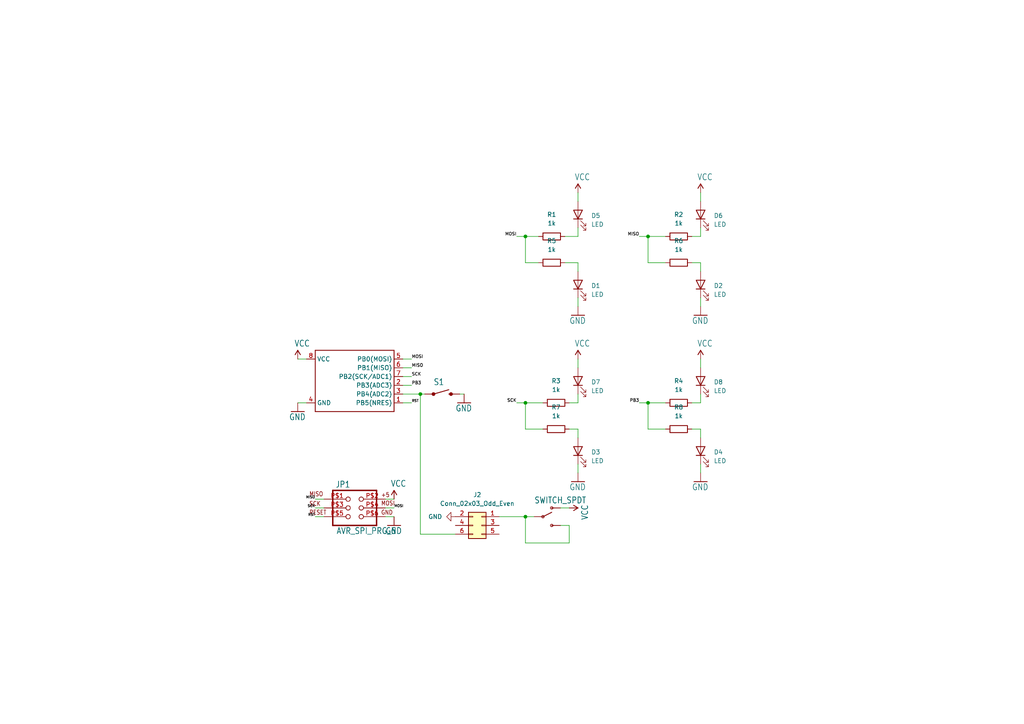
<source format=kicad_sch>
(kicad_sch (version 20231120) (generator "eeschema") (generator_version "8.0")
  (paper "A4")
  (lib_symbols
    (symbol "Connector_Generic:Conn_02x03_Odd_Even" (pin_names (offset 1.016) hide)
      (property "Reference" "J" (at 1.27 5.08 0))
      (property "Value" "Conn_02x03_Odd_Even" (at 1.27 -5.08 0))
      (symbol "Conn_02x03_Odd_Even_1_1"
        (rectangle (start -1.27 -2.413) (end 0 -2.667) (stroke (width 0.1524)))
        (rectangle (start -1.27 0.127) (end 0 -0.127) (stroke (width 0.1524)))
        (rectangle (start -1.27 2.667) (end 0 2.413) (stroke (width 0.1524)))
        (rectangle (start -1.27 3.81) (end 3.81 -3.81) (stroke (width 0.254)) (fill (type background)))
        (rectangle (start 3.81 -2.413) (end 2.54 -2.667) (stroke (width 0.1524)))
        (rectangle (start 3.81 0.127) (end 2.54 -0.127) (stroke (width 0.1524)))
        (rectangle (start 3.81 2.667) (end 2.54 2.413) (stroke (width 0.1524)))
        (pin passive line (at -5.08 2.54 0) (length 3.81) (name "Pin_1") (number "1"))
        (pin passive line (at 7.62 2.54 180) (length 3.81) (name "Pin_2") (number "2"))
        (pin passive line (at -5.08 0 0) (length 3.81) (name "Pin_3") (number "3"))
        (pin passive line (at 7.62 0 180) (length 3.81) (name "Pin_4") (number "4"))
        (pin passive line (at -5.08 -2.54 0) (length 3.81) (name "Pin_5") (number "5"))
        (pin passive line (at 7.62 -2.54 180) (length 3.81) (name "Pin_6") (number "6"))
      )
    )
    (symbol "Device:LED" (pin_numbers hide) (pin_names (offset 1.016) hide)
      (property "Reference" "D" (at 0 2.54 0))
      (property "Value" "LED" (at 0 -2.54 0))
      (symbol "LED_0_1"
        (polyline (pts (xy -1.27 -1.27) (xy -1.27 1.27)) (stroke (width 0.254)))
        (polyline (pts (xy -1.27 0) (xy 1.27 0)))
        (polyline (pts (xy 1.27 -1.27) (xy 1.27 1.27) (xy -1.27 0) (xy 1.27 -1.27)) (stroke (width 0.254)))
        (polyline (pts (xy -3.048 -0.762) (xy -4.572 -2.286) (xy -3.81 -2.286) (xy -4.572 -2.286) (xy -4.572 -1.524)))
        (polyline (pts (xy -1.778 -0.762) (xy -3.302 -2.286) (xy -2.54 -2.286) (xy -3.302 -2.286) (xy -3.302 -1.524)))
      )
      (symbol "LED_1_1"
        (pin passive line (at -3.81 0 0) (length 2.54) (name "K") (number "1"))
        (pin passive line (at 3.81 0 180) (length 2.54) (name "A") (number "2"))
      )
    )
    (symbol "Device:R" (pin_numbers hide) (pin_names (offset 0))
      (property "Reference" "R" (at 2.032 0 90))
      (property "Value" "R" (at 0 0 90))
      (symbol "R_0_1"
        (rectangle (start -1.016 -2.54) (end 1.016 2.54) (stroke (width 0.254)))
      )
      (symbol "R_1_1"
        (pin passive line (at 0 3.81 270) (length 1.27) (name "~") (number "1"))
        (pin passive line (at 0 -3.81 90) (length 1.27) (name "~") (number "2"))
      )
    )
    (symbol "kitt_0805-eagle-import:ATTINY45TINY85-20-SMT"
      (symbol "ATTINY45TINY85-20-SMT_1_0"
        (polyline (pts (xy -12.7 -7.62) (xy -12.7 10.16)) (stroke (width 0.254)))
        (polyline (pts (xy -12.7 10.16) (xy 10.16 10.16)) (stroke (width 0.254)))
        (polyline (pts (xy 10.16 -7.62) (xy -12.7 -7.62)) (stroke (width 0.254)))
        (polyline (pts (xy 10.16 10.16) (xy 10.16 -7.62)) (stroke (width 0.254)))
        (pin bidirectional line (at 12.7 -5.08 180) (length 2.54) (name "PB5(NRES)") (number "1"))
        (pin bidirectional line (at 12.7 0 180) (length 2.54) (name "PB3(ADC3)") (number "2"))
        (pin bidirectional line (at 12.7 -2.54 180) (length 2.54) (name "PB4(ADC2)") (number "3"))
        (pin bidirectional line (at -15.24 -5.08 0) (length 2.54) (name "GND") (number "4"))
        (pin bidirectional line (at 12.7 7.62 180) (length 2.54) (name "PB0(MOSI)") (number "5"))
        (pin bidirectional line (at 12.7 5.08 180) (length 2.54) (name "PB1(MISO)") (number "6"))
        (pin bidirectional line (at 12.7 2.54 180) (length 2.54) (name "PB2(SCK/ADC1)") (number "7"))
        (pin bidirectional line (at -15.24 7.62 0) (length 2.54) (name "VCC") (number "8"))
      )
    )
    (symbol "kitt_0805-eagle-import:AVR_SPI_PRG_6"
      (property "Reference" "JP" (at -4.318 5.842 0))
      (symbol "AVR_SPI_PRG_6_1_0"
        (polyline (pts (xy -5.08 -5.08) (xy 7.62 -5.08)) (stroke (width 0.4064)))
        (polyline (pts (xy -5.08 5.08) (xy -5.08 -5.08)) (stroke (width 0.4064)))
        (polyline (pts (xy 7.62 -5.08) (xy 7.62 5.08)) (stroke (width 0.4064)))
        (polyline (pts (xy 7.62 5.08) (xy -5.08 5.08)) (stroke (width 0.4064)))
        (text "+5" (at 8.89 3.048 0) (effects (font (size 1.27 1.0795)) (justify left bottom)))
        (text "GND" (at 8.89 -2.032 0) (effects (font (size 1.27 1.0795)) (justify left bottom)))
        (text "MISO" (at -11.938 3.302 0) (effects (font (size 1.27 1.0795)) (justify left bottom)))
        (text "MOSI" (at 8.89 0.635 0) (effects (font (size 1.27 1.0795)) (justify left bottom)))
        (text "RESET" (at -11.938 -2.032 0) (effects (font (size 1.27 1.0795)) (justify left bottom)))
        (text "SCK" (at -11.938 0.508 0) (effects (font (size 1.27 1.0795)) (justify left bottom)))
        (pin passive inverted (at -7.62 2.54 0) (length 7.62) (name "1") (number "P$1"))
        (pin passive inverted (at 10.16 2.54 180) (length 7.62) (name "2") (number "P$2"))
        (pin passive inverted (at -7.62 0 0) (length 7.62) (name "3") (number "P$3"))
        (pin passive inverted (at 10.16 0 180) (length 7.62) (name "4") (number "P$4"))
        (pin passive inverted (at -7.62 -2.54 0) (length 7.62) (name "5") (number "P$5"))
        (pin passive inverted (at 10.16 -2.54 180) (length 7.62) (name "6") (number "P$6"))
      )
    )
    (symbol "kitt_0805-eagle-import:GND" (power)
      (symbol "GND_1_0"
        (polyline (pts (xy -1.905 0) (xy 1.905 0)) (stroke (width 0.254)))
        (pin power_in line (at 0 2.54 270) (length 2.54) (name "GND") (number "1"))
      )
    )
    (symbol "kitt_0805-eagle-import:SWITCH-MOMENTARY-2-SMD-1101NE"
      (property "Reference" "S" (at -2.54 2.54 0))
      (symbol "SWITCH-MOMENTARY-2-SMD-1101NE_1_0"
        (circle (center -2.54 0) (radius 0.127) (stroke (width 0.4064)))
        (polyline (pts (xy -2.54 0) (xy 1.905 1.27)) (stroke (width 0.254)))
        (polyline (pts (xy 1.905 0) (xy 2.54 0)) (stroke (width 0.254)))
        (circle (center 2.54 0) (radius 0.127) (stroke (width 0.4064)))
        (pin passive line (at -5.08 0 0) (length 2.54) (name "1") (number "P$1"))
        (pin passive line (at 5.08 0 180) (length 2.54) (name "2") (number "P$2"))
      )
    )
    (symbol "kitt_0805-eagle-import:SWITCH_SPDT"
      (symbol "SWITCH_SPDT_1_0"
        (polyline (pts (xy 0 0) (xy 2.54 1.27)) (stroke (width 0.254)))
        (polyline (pts (xy 2.54 -2.54) (xy 3.175 -2.54)) (stroke (width 0.127)))
        (polyline (pts (xy 2.54 2.54) (xy 3.175 2.54)) (stroke (width 0.1524)))
        (circle (center 0 0) (radius 0.3592) (stroke (width 0.2032)))
        (circle (center 2.54 -2.54) (radius 0.3592) (stroke (width 0.2032)))
        (circle (center 2.54 2.54) (radius 0.3592) (stroke (width 0.2032)))
        (pin passive line (at 5.08 2.54 180) (length 2.54) (name "O") (number "O"))
        (pin passive line (at -2.54 0 0) (length 2.54) (name "P") (number "P"))
        (pin passive line (at 5.08 -2.54 180) (length 2.54) (name "S") (number "S"))
      )
    )
    (symbol "kitt_0805-eagle-import:VCC" (power)
      (symbol "VCC_1_0"
        (polyline (pts (xy 0 2.54) (xy -0.762 1.27)) (stroke (width 0.254)))
        (polyline (pts (xy 0.762 1.27) (xy 0 2.54)) (stroke (width 0.254)))
        (pin power_in line (at 0 0 90) (length 2.54) (name "VCC") (number "1"))
      )
    )
    (symbol "power:GND" (power) (pin_numbers hide) (pin_names (offset 0) hide)
      (property "Value" "GND" (at 0 -3.81 0))
      (symbol "GND_0_1"
        (polyline (pts (xy 0 0) (xy 0 -1.27) (xy 1.27 -1.27) (xy 0 -2.54) (xy -1.27 -1.27) (xy 0 -1.27)))
      )
      (symbol "GND_1_1"
        (pin power_in line (at 0 0 270) (length 0) (name "~") (number "1"))
      )
    )
  )
  (junction (at 121.92 114.3))
  (junction (at 187.96 68.58))
  (junction (at 152.4 149.86))
  (junction (at 187.96 116.84))
  (junction (at 152.4 68.58))
  (junction (at 152.4 116.84))
  (wire (pts (xy 203.2 116.84) (xy 200.66 116.84)) (stroke (width 0.1524)))
  (wire (pts (xy 119.38 106.68) (xy 116.84 106.68)) (stroke (width 0.1524)))
  (wire (pts (xy 165.1 124.46) (xy 167.64 124.46)) (stroke (width 0.1524)))
  (wire (pts (xy 114.3 144.78) (xy 111.76 144.78)) (stroke (width 0.1524)))
  (wire (pts (xy 187.96 116.84) (xy 185.42 116.84)) (stroke (width 0.1524)))
  (wire (pts (xy 152.4 76.2) (xy 152.4 68.58)) (stroke (width 0.1524)))
  (wire (pts (xy 152.4 157.48) (xy 165.1 157.48)) (stroke (width 0.1524)))
  (wire (pts (xy 203.2 76.2) (xy 203.2 78.74)) (stroke (width 0.1524)))
  (wire (pts (xy 203.2 104.14) (xy 203.2 106.68)) (stroke (width 0.1524)))
  (wire (pts (xy 144.78 149.86) (xy 152.4 149.86)))
  (wire (pts (xy 203.2 76.2) (xy 200.66 76.2)) (stroke (width 0.1524)))
  (wire (pts (xy 119.38 109.22) (xy 116.84 109.22)) (stroke (width 0.1524)))
  (wire (pts (xy 152.4 116.84) (xy 149.86 116.84)) (stroke (width 0.1524)))
  (wire (pts (xy 165.1 147.32) (xy 162.56 147.32)) (stroke (width 0.1524)))
  (wire (pts (xy 167.64 137.16) (xy 167.64 134.62)) (stroke (width 0.1524)))
  (wire (pts (xy 121.92 154.94) (xy 121.92 114.3)))
  (wire (pts (xy 165.1 157.48) (xy 165.1 152.4)) (stroke (width 0.1524)))
  (wire (pts (xy 167.64 124.46) (xy 167.64 127)) (stroke (width 0.1524)))
  (wire (pts (xy 152.4 149.86) (xy 152.4 157.48)) (stroke (width 0.1524)))
  (wire (pts (xy 203.2 137.16) (xy 203.2 134.62)) (stroke (width 0.1524)))
  (wire (pts (xy 116.84 116.84) (xy 119.38 116.84)) (stroke (width 0.1524)))
  (wire (pts (xy 152.4 124.46) (xy 152.4 116.84)) (stroke (width 0.1524)))
  (wire (pts (xy 119.38 104.14) (xy 116.84 104.14)) (stroke (width 0.1524)))
  (wire (pts (xy 163.83 68.58) (xy 167.64 68.58)) (stroke (width 0.1524)))
  (wire (pts (xy 193.04 68.58) (xy 187.96 68.58)) (stroke (width 0.1524)))
  (wire (pts (xy 187.96 76.2) (xy 187.96 68.58)) (stroke (width 0.1524)))
  (wire (pts (xy 156.21 68.58) (xy 152.4 68.58)) (stroke (width 0.1524)))
  (wire (pts (xy 93.98 147.32) (xy 91.44 147.32)) (stroke (width 0.1524)))
  (wire (pts (xy 165.1 116.84) (xy 167.64 116.84)) (stroke (width 0.1524)))
  (wire (pts (xy 203.2 68.58) (xy 203.2 66.04)) (stroke (width 0.1524)))
  (wire (pts (xy 152.4 149.86) (xy 154.94 149.86)) (stroke (width 0.1524)))
  (wire (pts (xy 157.48 116.84) (xy 152.4 116.84)) (stroke (width 0.1524)))
  (wire (pts (xy 167.64 88.9) (xy 167.64 86.36)) (stroke (width 0.1524)))
  (wire (pts (xy 200.66 68.58) (xy 203.2 68.58)) (stroke (width 0.1524)))
  (wire (pts (xy 111.76 147.32) (xy 114.3 147.32)) (stroke (width 0.1524)))
  (wire (pts (xy 93.98 144.78) (xy 91.44 144.78)) (stroke (width 0.1524)))
  (wire (pts (xy 132.08 154.94) (xy 121.92 154.94)))
  (wire (pts (xy 133.35 114.3) (xy 134.62 114.3)) (stroke (width 0.1524)))
  (wire (pts (xy 121.92 114.3) (xy 116.84 114.3)) (stroke (width 0.1524)))
  (wire (pts (xy 86.36 104.14) (xy 88.9 104.14)) (stroke (width 0.1524)))
  (wire (pts (xy 123.19 114.3) (xy 121.92 114.3)))
  (wire (pts (xy 157.48 124.46) (xy 152.4 124.46)) (stroke (width 0.1524)))
  (wire (pts (xy 167.64 76.2) (xy 163.83 76.2)) (stroke (width 0.1524)))
  (wire (pts (xy 203.2 55.88) (xy 203.2 58.42)) (stroke (width 0.1524)))
  (wire (pts (xy 193.04 124.46) (xy 187.96 124.46)) (stroke (width 0.1524)))
  (wire (pts (xy 167.64 78.74) (xy 167.64 76.2)) (stroke (width 0.1524)))
  (wire (pts (xy 167.64 104.14) (xy 167.64 106.68)) (stroke (width 0.1524)))
  (wire (pts (xy 193.04 116.84) (xy 187.96 116.84)) (stroke (width 0.1524)))
  (wire (pts (xy 167.64 55.88) (xy 167.64 58.42)) (stroke (width 0.1524)))
  (wire (pts (xy 203.2 88.9) (xy 203.2 86.36)) (stroke (width 0.1524)))
  (wire (pts (xy 187.96 124.46) (xy 187.96 116.84)) (stroke (width 0.1524)))
  (wire (pts (xy 86.36 116.84) (xy 88.9 116.84)) (stroke (width 0.1524)))
  (wire (pts (xy 152.4 68.58) (xy 149.86 68.58)) (stroke (width 0.1524)))
  (wire (pts (xy 167.64 68.58) (xy 167.64 66.04)) (stroke (width 0.1524)))
  (wire (pts (xy 193.04 76.2) (xy 187.96 76.2)) (stroke (width 0.1524)))
  (wire (pts (xy 93.98 149.86) (xy 91.44 149.86)) (stroke (width 0.1524)))
  (wire (pts (xy 156.21 76.2) (xy 152.4 76.2)) (stroke (width 0.1524)))
  (wire (pts (xy 203.2 114.3) (xy 203.2 116.84)) (stroke (width 0.1524)))
  (wire (pts (xy 200.66 124.46) (xy 203.2 124.46)) (stroke (width 0.1524)))
  (wire (pts (xy 187.96 68.58) (xy 185.42 68.58)) (stroke (width 0.1524)))
  (wire (pts (xy 167.64 114.3) (xy 167.64 116.84)) (stroke (width 0.1524)))
  (wire (pts (xy 165.1 152.4) (xy 162.56 152.4)) (stroke (width 0.1524)))
  (wire (pts (xy 114.3 149.86) (xy 111.76 149.86)) (stroke (width 0.1524)))
  (wire (pts (xy 203.2 124.46) (xy 203.2 127)) (stroke (width 0.1524)))
  (wire (pts (xy 119.38 111.76) (xy 116.84 111.76)) (stroke (width 0.1524)))
  (label "RST" (at 91.44 149.86 180) (effects (font (size 0.7112 0.7112))))
  (label "RST" (at 119.38 116.84 0) (effects (font (size 0.7112 0.7112))))
  (label "MOSI" (at 114.3 147.32 0) (effects (font (size 0.7112 0.7112))))
  (label "MOSI" (at 119.38 104.14 0) (effects (font (size 0.889 0.889))))
  (label "MISO" (at 119.38 106.68 0) (effects (font (size 0.889 0.889))))
  (label "MISO" (at 185.42 68.58 180) (effects (font (size 0.889 0.889))))
  (label "MISO" (at 91.44 144.78 180) (effects (font (size 0.7112 0.7112))))
  (label "PB3" (at 185.42 116.84 180) (effects (font (size 0.889 0.889))))
  (label "MOSI" (at 149.86 68.58 180) (effects (font (size 0.889 0.889))))
  (label "PB3" (at 119.38 111.76 0) (effects (font (size 0.889 0.889))))
  (label "SCK" (at 91.44 147.32 180) (effects (font (size 0.7112 0.7112))))
  (label "SCK" (at 149.86 116.84 180) (effects (font (size 0.889 0.889))))
  (label "SCK" (at 119.38 109.22 0) (effects (font (size 0.889 0.889))))
  (symbol (lib_id "kitt_0805-eagle-import:ATTINY45TINY85-20-SMT") (at 104.14 111.76 0) (unit 1)
    (property "Reference" "U1" (effects (hide yes)))
    (property "Value" "Tiny85-20-SMT" (effects (hide yes)))
    (property "Footprint" "kitt_0805:SO08-EIAJ" (effects (hide yes)))
  )
  (symbol (lib_id "Device:LED") (at 167.64 110.49 90) (unit 1)
    (property "Reference" "D7" (at 171.45 110.8074 90) (effects (justify right)))
    (property "Value" "LED" (at 171.45 113.3474 90) (effects (justify right)))
    (property "Footprint" "kitt_0805:LED_0603_1608Metric_Pad1.05x0.95mm_HandSolder" (effects (hide yes)))
    (property "Description" "Light emitting diode" (effects (hide yes)))
  )
  (symbol (lib_id "kitt_0805-eagle-import:GND") (at 114.3 152.4 0) (unit 1)
    (property "Reference" "#GND02" (effects (hide yes)))
    (property "Value" "GND" (at 111.76 154.94 0) (effects (font (size 1.778 1.5113)) (justify left bottom)))
  )
  (symbol (lib_id "kitt_0805-eagle-import:VCC") (at 203.2 104.14 0) (unit 1)
    (property "Reference" "#SUPPLY07" (effects (hide yes)))
    (property "Value" "VCC" (at 202.184 100.584 0) (effects (font (size 1.778 1.5113)) (justify left bottom)))
  )
  (symbol (lib_id "Device:LED") (at 203.2 130.81 90) (unit 1)
    (property "Reference" "D4" (at 207.01 131.1274 90) (effects (justify right)))
    (property "Value" "LED" (at 207.01 133.6674 90) (effects (justify right)))
    (property "Footprint" "kitt_0805:LED_0603_1608Metric_Pad1.05x0.95mm_HandSolder" (effects (hide yes)))
    (property "Description" "Light emitting diode" (effects (hide yes)))
  )
  (symbol (lib_id "Device:R") (at 160.02 76.2 90) (unit 1)
    (property "Reference" "R5" (at 160.02 69.85 90))
    (property "Value" "1k" (at 160.02 72.39 90))
    (property "Footprint" "Resistor_SMD:R_0603_1608Metric_Pad0.98x0.95mm_HandSolder" (effects (hide yes)))
    (property "Description" "Resistor" (effects (hide yes)))
  )
  (symbol (lib_id "kitt_0805-eagle-import:SWITCH-MOMENTARY-2-SMD-1101NE") (at 128.27 114.3 0) (unit 1)
    (property "Reference" "S1" (at 125.73 111.76 0) (effects (font (size 1.778 1.5113)) (justify left bottom)))
    (property "Value" "SWITCH-MOMENTARY-2-SMD-1101NE" (effects (hide yes)))
    (property "Footprint" "kitt_0805:TACTILE-SWITCH-1101NE" (effects (hide yes)))
  )
  (symbol (lib_id "kitt_0805-eagle-import:GND") (at 134.62 116.84 0) (unit 1)
    (property "Reference" "#GND08" (effects (hide yes)))
    (property "Value" "GND" (at 132.08 119.38 0) (effects (font (size 1.778 1.5113)) (justify left bottom)))
  )
  (symbol (lib_id "Device:R") (at 196.85 124.46 90) (unit 1)
    (property "Reference" "R8" (at 196.85 118.11 90))
    (property "Value" "1k" (at 196.85 120.65 90))
    (property "Footprint" "Resistor_SMD:R_0603_1608Metric_Pad0.98x0.95mm_HandSolder" (effects (hide yes)))
    (property "Description" "Resistor" (effects (hide yes)))
  )
  (symbol (lib_id "kitt_0805-eagle-import:VCC") (at 114.3 144.78 0) (unit 1)
    (property "Reference" "#SUPPLY02" (effects (hide yes)))
    (property "Value" "VCC" (at 113.284 141.224 0) (effects (font (size 1.778 1.5113)) (justify left bottom)))
  )
  (symbol (lib_id "kitt_0805-eagle-import:GND") (at 203.2 91.44 0) (unit 1)
    (property "Reference" "#GND05" (effects (hide yes)))
    (property "Value" "GND" (at 200.66 93.98 0) (effects (font (size 1.778 1.5113)) (justify left bottom)))
  )
  (symbol (lib_id "Device:R") (at 161.29 124.46 90) (unit 1)
    (property "Reference" "R7" (at 161.29 118.11 90))
    (property "Value" "1k" (at 161.29 120.65 90))
    (property "Footprint" "Resistor_SMD:R_0603_1608Metric_Pad0.98x0.95mm_HandSolder" (effects (hide yes)))
    (property "Description" "Resistor" (effects (hide yes)))
  )
  (symbol (lib_id "kitt_0805-eagle-import:GND") (at 167.64 91.44 0) (unit 1)
    (property "Reference" "#GND04" (effects (hide yes)))
    (property "Value" "GND" (at 165.1 93.98 0) (effects (font (size 1.778 1.5113)) (justify left bottom)))
  )
  (symbol (lib_id "kitt_0805-eagle-import:VCC") (at 86.36 104.14 0) (unit 1)
    (property "Reference" "#SUPPLY01" (effects (hide yes)))
    (property "Value" "VCC" (at 85.344 100.584 0) (effects (font (size 1.778 1.5113)) (justify left bottom)))
  )
  (symbol (lib_id "kitt_0805-eagle-import:VCC") (at 167.64 55.88 0) (unit 1)
    (property "Reference" "#SUPPLY04" (effects (hide yes)))
    (property "Value" "VCC" (at 166.624 52.324 0) (effects (font (size 1.778 1.5113)) (justify left bottom)))
  )
  (symbol (lib_id "kitt_0805-eagle-import:GND") (at 167.64 139.7 0) (unit 1)
    (property "Reference" "#GND06" (effects (hide yes)))
    (property "Value" "GND" (at 165.1 142.24 0) (effects (font (size 1.778 1.5113)) (justify left bottom)))
  )
  (symbol (lib_id "Device:LED") (at 203.2 110.49 90) (unit 1)
    (property "Reference" "D8" (at 207.01 110.8074 90) (effects (justify right)))
    (property "Value" "LED" (at 207.01 113.3474 90) (effects (justify right)))
    (property "Footprint" "kitt_0805:LED_0603_1608Metric_Pad1.05x0.95mm_HandSolder" (effects (hide yes)))
    (property "Description" "Light emitting diode" (effects (hide yes)))
  )
  (symbol (lib_id "power:GND") (at 132.08 149.86 270) (unit 1)
    (property "Reference" "#PWR01" (effects (hide yes)))
    (property "Value" "GND" (at 128.27 149.8599 90) (effects (justify right)))
    (property "Description" "Power symbol creates a global label with name \"GND\" , ground" (effects (hide yes)))
  )
  (symbol (lib_id "kitt_0805-eagle-import:VCC") (at 165.1 147.32 270) (unit 1)
    (property "Reference" "#SUPPLY03" (effects (hide yes)))
    (property "Value" "VCC" (at 168.656 146.304 0) (effects (font (size 1.778 1.5113)) (justify left bottom)))
  )
  (symbol (lib_id "kitt_0805-eagle-import:GND") (at 203.2 139.7 0) (unit 1)
    (property "Reference" "#GND07" (effects (hide yes)))
    (property "Value" "GND" (at 200.66 142.24 0) (effects (font (size 1.778 1.5113)) (justify left bottom)))
  )
  (symbol (lib_id "Device:LED") (at 167.64 130.81 90) (unit 1)
    (property "Reference" "D3" (at 171.45 131.1274 90) (effects (justify right)))
    (property "Value" "LED" (at 171.45 133.6674 90) (effects (justify right)))
    (property "Footprint" "kitt_0805:LED_0603_1608Metric_Pad1.05x0.95mm_HandSolder" (effects (hide yes)))
    (property "Description" "Light emitting diode" (effects (hide yes)))
  )
  (symbol (lib_id "Device:LED") (at 203.2 62.23 90) (unit 1)
    (property "Reference" "D6" (at 207.01 62.5474 90) (effects (justify right)))
    (property "Value" "LED" (at 207.01 65.0874 90) (effects (justify right)))
    (property "Footprint" "kitt_0805:LED_0603_1608Metric_Pad1.05x0.95mm_HandSolder" (effects (hide yes)))
    (property "Description" "Light emitting diode" (effects (hide yes)))
  )
  (symbol (lib_id "Device:LED") (at 203.2 82.55 90) (unit 1)
    (property "Reference" "D2" (at 207.01 82.8674 90) (effects (justify right)))
    (property "Value" "LED" (at 207.01 85.4074 90) (effects (justify right)))
    (property "Footprint" "kitt_0805:LED_0603_1608Metric_Pad1.05x0.95mm_HandSolder" (effects (hide yes)))
    (property "Description" "Light emitting diode" (effects (hide yes)))
  )
  (symbol (lib_id "kitt_0805-eagle-import:GND") (at 86.36 119.38 0) (unit 1)
    (property "Reference" "#GND03" (effects (hide yes)))
    (property "Value" "GND" (at 83.82 121.92 0) (effects (font (size 1.778 1.5113)) (justify left bottom)))
  )
  (symbol (lib_id "Device:R") (at 196.85 68.58 90) (unit 1)
    (property "Reference" "R2" (at 196.85 62.23 90))
    (property "Value" "1k" (at 196.85 64.77 90))
    (property "Footprint" "Resistor_SMD:R_0603_1608Metric_Pad0.98x0.95mm_HandSolder" (effects (hide yes)))
    (property "Description" "Resistor" (effects (hide yes)))
  )
  (symbol (lib_id "Device:LED") (at 167.64 62.23 90) (unit 1)
    (property "Reference" "D5" (at 171.45 62.5474 90) (effects (justify right)))
    (property "Value" "LED" (at 171.45 65.0874 90) (effects (justify right)))
    (property "Footprint" "kitt_0805:LED_0603_1608Metric_Pad1.05x0.95mm_HandSolder" (effects (hide yes)))
    (property "Description" "Light emitting diode" (effects (hide yes)))
  )
  (symbol (lib_id "Device:R") (at 196.85 76.2 90) (unit 1)
    (property "Reference" "R6" (at 196.85 69.85 90))
    (property "Value" "1k" (at 196.85 72.39 90))
    (property "Footprint" "Resistor_SMD:R_0603_1608Metric_Pad0.98x0.95mm_HandSolder" (effects (hide yes)))
    (property "Description" "Resistor" (effects (hide yes)))
  )
  (symbol (lib_id "Device:R") (at 196.85 116.84 90) (unit 1)
    (property "Reference" "R4" (at 196.85 110.49 90))
    (property "Value" "1k" (at 196.85 113.03 90))
    (property "Footprint" "Resistor_SMD:R_0603_1608Metric_Pad0.98x0.95mm_HandSolder" (effects (hide yes)))
    (property "Description" "Resistor" (effects (hide yes)))
  )
  (symbol (lib_id "kitt_0805-eagle-import:VCC") (at 167.64 104.14 0) (unit 1)
    (property "Reference" "#SUPPLY06" (effects (hide yes)))
    (property "Value" "VCC" (at 166.624 100.584 0) (effects (font (size 1.778 1.5113)) (justify left bottom)))
  )
  (symbol (lib_id "kitt_0805-eagle-import:SWITCH_SPDT") (at 157.48 149.86 0) (unit 1)
    (property "Reference" "U$1" (effects (hide yes)))
    (property "Value" "SWITCH_SPDT" (at 154.94 146.05 0) (effects (font (size 1.778 1.5113)) (justify left bottom)))
    (property "Footprint" "kitt_0805:KPS-1290" (effects (hide yes)))
  )
  (symbol (lib_id "Device:LED") (at 167.64 82.55 90) (unit 1)
    (property "Reference" "D1" (at 171.45 82.8674 90) (effects (justify right)))
    (property "Value" "LED" (at 171.45 85.4074 90) (effects (justify right)))
    (property "Footprint" "kitt_0805:LED_0603_1608Metric_Pad1.05x0.95mm_HandSolder" (effects (hide yes)))
    (property "Description" "Light emitting diode" (effects (hide yes)))
  )
  (symbol (lib_id "kitt_0805-eagle-import:VCC") (at 203.2 55.88 0) (unit 1)
    (property "Reference" "#SUPPLY05" (effects (hide yes)))
    (property "Value" "VCC" (at 202.184 52.324 0) (effects (font (size 1.778 1.5113)) (justify left bottom)))
  )
  (symbol (lib_id "kitt_0805-eagle-import:AVR_SPI_PRG_6") (at 101.6 147.32 0) (unit 1)
    (property "Reference" "JP1" (at 97.282 141.478 0) (effects (font (size 1.778 1.5113)) (justify left bottom)))
    (property "Value" "AVR_SPI_PRG_6" (at 97.536 154.94 0) (effects (font (size 1.778 1.5113)) (justify left bottom)))
    (property "Footprint" "kitt_0805:2X3_SMD_PAD" (effects (hide yes)))
  )
  (symbol (lib_id "Device:R") (at 160.02 68.58 90) (unit 1)
    (property "Reference" "R1" (at 160.02 62.23 90))
    (property "Value" "1k" (at 160.02 64.77 90))
    (property "Footprint" "Resistor_SMD:R_0603_1608Metric_Pad0.98x0.95mm_HandSolder" (effects (hide yes)))
    (property "Description" "Resistor" (effects (hide yes)))
  )
  (symbol (lib_id "Connector_Generic:Conn_02x03_Odd_Even") (at 139.7 152.4 0) (mirror y) (unit 1)
    (property "Reference" "J2" (at 138.43 143.51 0))
    (property "Value" "Conn_02x03_Odd_Even" (at 138.43 146.05 0))
    (property "Footprint" "Connector_IDC:IDC-Header_2x03_P2.54mm_Vertical_SMD" (effects (hide yes)))
    (property "Description" "Generic connector, double row, 02x03, odd/even pin numbering scheme (row 1 odd numbers, row 2 even numbers), script generated (kicad-library-utils/schlib/autogen/connector/)" (effects (hide yes)))
  )
  (symbol (lib_id "Device:R") (at 161.29 116.84 90) (unit 1)
    (property "Reference" "R3" (at 161.29 110.49 90))
    (property "Value" "1k" (at 161.29 113.03 90))
    (property "Footprint" "Resistor_SMD:R_0603_1608Metric_Pad0.98x0.95mm_HandSolder" (effects (hide yes)))
    (property "Description" "Resistor" (effects (hide yes)))
  )
)
</source>
